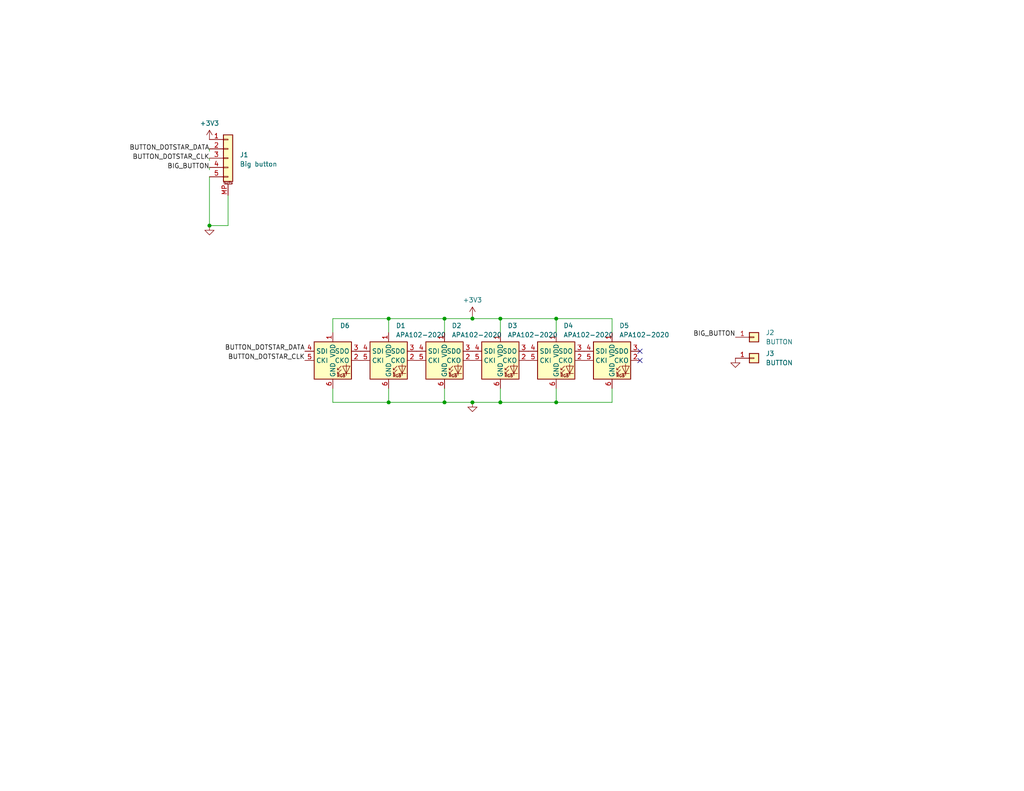
<source format=kicad_sch>
(kicad_sch (version 20230121) (generator eeschema)
  (paper "USLetter")
  (title_block (title "Honk LED Ring") (date "2023-08-15") (rev "v0") (company "Winterbloom") (comment 1 "Alethea Flowers") (comment 2 "CERN-OHL-P V2"))
  (lib_symbols
    (symbol "Connector_Generic:Conn_01x01" (pin_names (offset 1.016) hide)
      (property "Reference" "J" (at 0 2.54 0))
      (property "Value" "Conn_01x01" (at 0 -2.54 0))
      (symbol "Conn_01x01_1_1"
        (rectangle (start -1.27 0.127) (end 0 -0.127) (stroke (width 0.1524)))
        (rectangle (start -1.27 1.27) (end 1.27 -1.27) (stroke (width 0.254)) (fill (type background)))
        (pin passive line (at -5.08 0 0) (length 3.81) (name "Pin_1") (number "1"))
      )
    )
    (symbol "Connector_Generic_MountingPin:Conn_01x05_MountingPin" (pin_names (offset 1.016) hide)
      (property "Reference" "J" (at 0 7.62 0))
      (property "Value" "Conn_01x05_MountingPin" (at 1.27 -7.62 0))
      (symbol "Conn_01x05_MountingPin_1_1"
        (rectangle (start -1.27 -4.953) (end 0 -5.207) (stroke (width 0.1524)))
        (rectangle (start -1.27 -2.413) (end 0 -2.667) (stroke (width 0.1524)))
        (rectangle (start -1.27 0.127) (end 0 -0.127) (stroke (width 0.1524)))
        (rectangle (start -1.27 2.667) (end 0 2.413) (stroke (width 0.1524)))
        (rectangle (start -1.27 5.207) (end 0 4.953) (stroke (width 0.1524)))
        (rectangle (start -1.27 6.35) (end 1.27 -6.35) (stroke (width 0.254)) (fill (type background)))
        (polyline (pts (xy -1.016 -7.112) (xy 1.016 -7.112)) (stroke (width 0.1524)))
        (text "Mounting" (at 0 -6.731 0) (effects (font (size 0.381 0.381))))
        (pin passive line (at -5.08 5.08 0) (length 3.81) (name "Pin_1") (number "1"))
        (pin passive line (at -5.08 2.54 0) (length 3.81) (name "Pin_2") (number "2"))
        (pin passive line (at -5.08 0 0) (length 3.81) (name "Pin_3") (number "3"))
        (pin passive line (at -5.08 -2.54 0) (length 3.81) (name "Pin_4") (number "4"))
        (pin passive line (at -5.08 -5.08 0) (length 3.81) (name "Pin_5") (number "5"))
        (pin passive line (at 0 -10.16 90) (length 3.048) (name "MountPin") (number "MP"))
      )
    )
    (symbol "power:+3V3" (power) (pin_names (offset 0))
      (property "Value" "+3V3" (at 0 3.556 0))
      (symbol "+3V3_0_1"
        (polyline (pts (xy -0.762 1.27) (xy 0 2.54)))
        (polyline (pts (xy 0 0) (xy 0 2.54)))
        (polyline (pts (xy 0 2.54) (xy 0.762 1.27)))
      )
      (symbol "+3V3_1_1"
        (pin power_in line (at 0 0 90) (length 0) hide (name "+3V3") (number "1"))
      )
    )
    (symbol "power:GND" (power) (pin_names (offset 0))
      (property "Value" "GND" (at 0 -3.81 0))
      (symbol "GND_0_1"
        (polyline (pts (xy 0 0) (xy 0 -1.27) (xy 1.27 -1.27) (xy 0 -2.54) (xy -1.27 -1.27) (xy 0 -1.27)))
      )
      (symbol "GND_1_1"
        (pin power_in line (at 0 0 270) (length 0) hide (name "GND") (number "1"))
      )
    )
    (symbol "winterbloom:APA102-2020_Dotstar"
      (property "Reference" "D" (at -3.81 5.715 0))
      (property "Value" "APA102-2020" (at 0.635 -5.715 0))
      (symbol "APA102-2020_Dotstar_0_0"
        (text "RGB" (at 2.286 -4.191 0) (effects (font (size 0.762 0.762))))
      )
      (symbol "APA102-2020_Dotstar_0_1"
        (rectangle (start -5.08 5.08) (end 5.08 -5.08) (stroke (width 0.254)) (fill (type background)))
        (polyline (pts (xy 1.27 -3.556) (xy 1.778 -3.556)))
        (polyline (pts (xy 1.27 -2.54) (xy 1.778 -2.54)))
        (polyline (pts (xy 4.699 -3.556) (xy 2.667 -3.556)))
        (polyline (pts (xy 2.286 -2.54) (xy 1.27 -3.556) (xy 1.27 -3.048)))
        (polyline (pts (xy 2.286 -1.524) (xy 1.27 -2.54) (xy 1.27 -2.032)))
        (polyline (pts (xy 3.683 -1.016) (xy 3.683 -3.556) (xy 3.683 -4.064)))
        (polyline (pts (xy 4.699 -1.524) (xy 2.667 -1.524) (xy 3.683 -3.556) (xy 4.699 -1.524)))
      )
      (symbol "APA102-2020_Dotstar_1_1"
        (pin power_in line (at 0 7.62 270) (length 2.54) (name "VDD") (number "1"))
        (pin output line (at 7.62 0 180) (length 2.54) (name "CKO") (number "2"))
        (pin output line (at 7.62 2.54 180) (length 2.54) (name "SDO") (number "3"))
        (pin input line (at -7.62 2.54 0) (length 2.54) (name "SDI") (number "4"))
        (pin input line (at -7.62 0 0) (length 2.54) (name "CKI") (number "5"))
        (pin power_in line (at 0 -7.62 90) (length 2.54) (name "GND") (number "6"))
      )
    )
  )
  (junction (at 128.905 86.995))
  (junction (at 121.285 86.995))
  (junction (at 151.765 86.995))
  (junction (at 106.045 109.855))
  (junction (at 136.525 86.995))
  (junction (at 136.525 109.855))
  (junction (at 106.045 86.995))
  (junction (at 121.285 109.855))
  (junction (at 57.15 61.595))
  (junction (at 151.765 109.855))
  (junction (at 128.905 109.855))
  (no_connect (at 174.625 95.885))
  (no_connect (at 174.625 98.425))
  (wire (pts (xy 106.045 86.995) (xy 121.285 86.995)))
  (wire (pts (xy 106.045 86.995) (xy 106.045 90.805)))
  (wire (pts (xy 57.15 45.72) (xy 57.15 46.355)))
  (wire (pts (xy 167.005 109.855) (xy 167.005 106.045)))
  (wire (pts (xy 136.525 106.045) (xy 136.525 109.855)))
  (wire (pts (xy 136.525 86.995) (xy 151.765 86.995)))
  (wire (pts (xy 167.005 86.995) (xy 167.005 90.805)))
  (wire (pts (xy 151.765 86.995) (xy 167.005 86.995)))
  (wire (pts (xy 90.805 106.045) (xy 90.805 109.855)))
  (wire (pts (xy 57.15 43.815) (xy 57.15 43.18)))
  (wire (pts (xy 136.525 86.995) (xy 136.525 90.805)))
  (wire (pts (xy 106.045 106.045) (xy 106.045 109.855)))
  (wire (pts (xy 128.905 86.995) (xy 136.525 86.995)))
  (wire (pts (xy 128.905 86.36) (xy 128.905 86.995)))
  (wire (pts (xy 128.905 109.855) (xy 136.525 109.855)))
  (wire (pts (xy 151.765 86.995) (xy 151.765 90.805)))
  (wire (pts (xy 90.805 109.855) (xy 106.045 109.855)))
  (wire (pts (xy 90.805 86.995) (xy 106.045 86.995)))
  (wire (pts (xy 151.765 109.855) (xy 167.005 109.855)))
  (wire (pts (xy 57.15 48.26) (xy 57.15 61.595)))
  (wire (pts (xy 121.285 86.995) (xy 121.285 90.805)))
  (wire (pts (xy 121.285 86.995) (xy 128.905 86.995)))
  (wire (pts (xy 62.23 53.34) (xy 62.23 61.595)))
  (wire (pts (xy 57.15 41.275) (xy 57.15 40.64)))
  (wire (pts (xy 106.045 109.855) (xy 121.285 109.855)))
  (wire (pts (xy 151.765 106.045) (xy 151.765 109.855)))
  (wire (pts (xy 57.15 61.595) (xy 62.23 61.595)))
  (wire (pts (xy 121.285 109.855) (xy 128.905 109.855)))
  (wire (pts (xy 90.805 86.995) (xy 90.805 90.805)))
  (wire (pts (xy 121.285 106.045) (xy 121.285 109.855)))
  (wire (pts (xy 136.525 109.855) (xy 151.765 109.855)))
  (label "BUTTON_DOTSTAR_CLK" (at 57.15 43.815 180))
  (label "BIG_BUTTON" (at 57.15 46.355 180))
  (label "BUTTON_DOTSTAR_DATA" (at 57.15 41.275 180))
  (label "BIG_BUTTON" (at 200.66 92.075 180))
  (label "BUTTON_DOTSTAR_DATA" (at 83.185 95.885 180))
  (label "BUTTON_DOTSTAR_CLK" (at 83.185 98.425 180))
  (symbol (lib_id "power:GND") (at 128.905 109.855 0) (unit 1)
    (property "Reference" "#PWR04" (effects hide))
    (property "Value" "GND" (effects hide))
  )
  (symbol (lib_id "power:GND") (at 200.66 97.79 0) (unit 1)
    (property "Reference" "#PWR05" (effects hide))
    (property "Value" "GND" (effects hide))
  )
  (symbol (lib_id "power:+3V3") (at 128.905 86.36 0) (unit 1)
    (property "Reference" "#PWR03" (effects hide))
    (property "Value" "+3V3" (at 128.905 81.915 0))
  )
  (symbol (lib_id "power:GND") (at 57.15 61.595 0) (unit 1)
    (property "Reference" "#PWR02" (effects hide))
    (property "Value" "GND" (effects hide))
  )
  (symbol (lib_id "Connector_Generic_MountingPin:Conn_01x05_MountingPin") (at 62.23 43.18 0) (unit 1)
    (property "Reference" "J1" (at 65.405 42.2656 0) (effects (justify left)))
    (property "Value" "Big button" (at 65.405 44.8056 0) (effects (justify left)))
    (property "Footprint" "Connector_JST:JST_SH_SM05B-SRSS-TB_1x05-1MP_P1.00mm_Horizontal" (effects hide))
  )
  (symbol (lib_id "winterbloom:APA102-2020_Dotstar") (at 106.045 98.425 0) (unit 1)
    (property "Reference" "D1" (at 108.0009 88.9 0) (effects (justify left)))
    (property "Value" "APA102-2020" (at 108.0009 91.44 0) (effects (justify left)))
    (property "Footprint" "LED_SMD:LED-APA102-2020" (effects hide))
    (property "Datasheet" "https://cdn-shop.adafruit.com/product-files/3341/3341_APA102-2020+SMD+LED.pdf" (effects hide))
    (property "MPN" "APA102-2020" (effects hide))
  )
  (symbol (lib_id "winterbloom:APA102-2020_Dotstar") (at 121.285 98.425 0) (unit 1)
    (property "Reference" "D2" (at 123.2409 88.9 0) (effects (justify left)))
    (property "Value" "APA102-2020" (at 123.2409 91.44 0) (effects (justify left)))
    (property "Footprint" "LED_SMD:LED-APA102-2020" (effects hide))
    (property "Datasheet" "https://cdn-shop.adafruit.com/product-files/3341/3341_APA102-2020+SMD+LED.pdf" (effects hide))
    (property "MPN" "APA102-2020" (effects hide))
  )
  (symbol (lib_id "Connector_Generic:Conn_01x01") (at 205.74 97.79 0) (unit 1)
    (property "Reference" "J3" (at 208.915 96.52 0) (effects (justify left)))
    (property "Value" "BUTTON" (at 208.915 99.06 0) (effects (justify left)))
    (property "Footprint" "Connector_Wire:SolderWire-0.75sqmm_1x01_D1.25mm_OD2.3mm" (effects hide))
  )
  (symbol (lib_id "winterbloom:APA102-2020_Dotstar") (at 136.525 98.425 0) (unit 1)
    (property "Reference" "D3" (at 138.4809 88.9 0) (effects (justify left)))
    (property "Value" "APA102-2020" (at 138.4809 91.44 0) (effects (justify left)))
    (property "Footprint" "LED_SMD:LED-APA102-2020" (effects hide))
    (property "Datasheet" "https://cdn-shop.adafruit.com/product-files/3341/3341_APA102-2020+SMD+LED.pdf" (effects hide))
    (property "MPN" "APA102-2020" (effects hide))
  )
  (symbol (lib_id "Connector_Generic:Conn_01x01") (at 205.74 92.075 0) (unit 1)
    (property "Reference" "J2" (at 208.915 90.805 0) (effects (justify left)))
    (property "Value" "BUTTON" (at 208.915 93.345 0) (effects (justify left)))
    (property "Footprint" "Connector_Wire:SolderWire-0.75sqmm_1x01_D1.25mm_OD2.3mm" (effects hide))
  )
  (symbol (lib_id "power:+3V3") (at 57.15 38.1 0) (unit 1)
    (property "Reference" "#PWR01" (effects hide))
    (property "Value" "+3V3" (at 57.15 33.655 0))
  )
  (symbol (lib_id "winterbloom:APA102-2020_Dotstar") (at 90.805 98.425 0) (unit 1)
    (property "Reference" "D6" (at 92.7609 88.9 0) (effects (justify left)))
    (property "Value" "APA102-2020" (effects hide))
    (property "Footprint" "LED_SMD:LED-APA102-2020" (effects hide))
    (property "Datasheet" "https://cdn-shop.adafruit.com/product-files/3341/3341_APA102-2020+SMD+LED.pdf" (effects hide))
    (property "MPN" "APA102-2020" (effects hide))
  )
  (symbol (lib_id "winterbloom:APA102-2020_Dotstar") (at 167.005 98.425 0) (unit 1)
    (property "Reference" "D5" (at 168.9609 88.9 0) (effects (justify left)))
    (property "Value" "APA102-2020" (at 168.9609 91.44 0) (effects (justify left)))
    (property "Footprint" "LED_SMD:LED-APA102-2020" (effects hide))
    (property "Datasheet" "https://cdn-shop.adafruit.com/product-files/3341/3341_APA102-2020+SMD+LED.pdf" (effects hide))
    (property "MPN" "APA102-2020" (effects hide))
  )
  (symbol (lib_id "winterbloom:APA102-2020_Dotstar") (at 151.765 98.425 0) (unit 1)
    (property "Reference" "D4" (at 153.7209 88.9 0) (effects (justify left)))
    (property "Value" "APA102-2020" (at 153.7209 91.44 0) (effects (justify left)))
    (property "Footprint" "LED_SMD:LED-APA102-2020" (effects hide))
    (property "Datasheet" "https://cdn-shop.adafruit.com/product-files/3341/3341_APA102-2020+SMD+LED.pdf" (effects hide))
    (property "MPN" "APA102-2020" (effects hide))
  )
)
</source>
